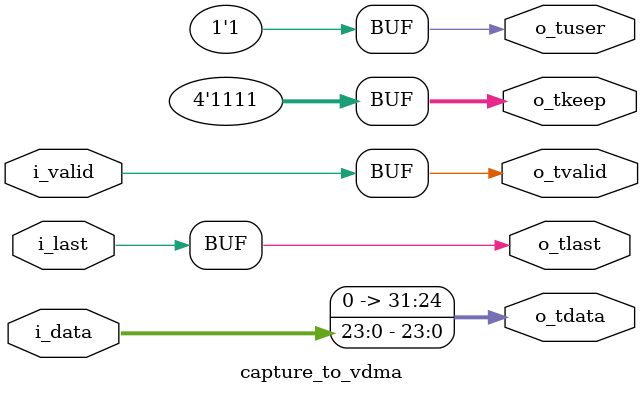
<source format=v>
`timescale 1ns / 1ps

module capture_to_vdma(

    // input from the capture
    input [23:0] i_data,
    input i_valid,
    input i_last,
//    input i_href,
//    input i_vsync,
    
    // interface with VDMA
    output [31:0] o_tdata,
    output [3:0] o_tkeep,
    output o_tlast,
//    input i_tready,
    output o_tuser,
    output o_tvalid
    );
    
    assign o_tdata = {8'b0, i_data};
    assign o_tkeep = 4'b1111;
    assign o_tuser = 1'b1;
    assign o_tlast = i_last;
    assign o_tvalid = i_valid;
    
endmodule

</source>
